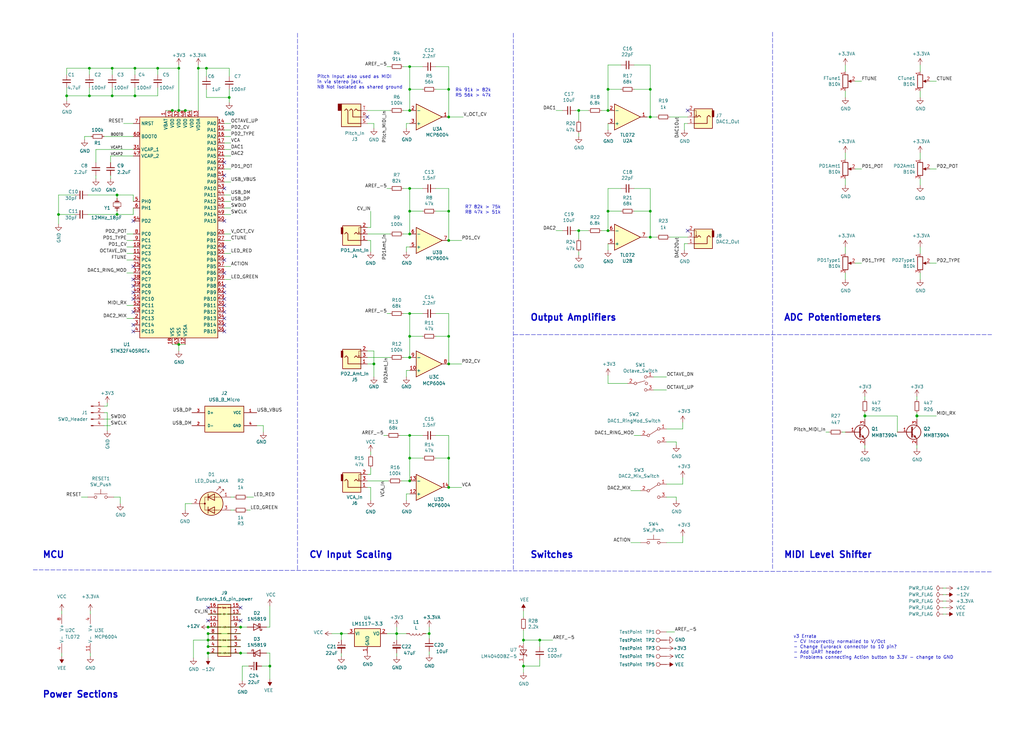
<source format=kicad_sch>
(kicad_sch (version 20211123) (generator eeschema)
  (paper "User" 399.999 289.992)
  (title_block (title "DisPhaze") (date "2022-03-18") (rev "v3") (company "Mountjoy Modular"))
  (junction (at 237.49 43.18))
  (junction (at 160.02 91.44))
  (junction (at 358.14 162.56) (diameter 1.016))
  (junction (at 175.26 93.98))
  (junction (at 160.02 43.18))
  (junction (at 160.02 170.18))
  (junction (at 81.28 250.19))
  (junction (at 67.31 43.18))
  (junction (at 81.28 245.11))
  (junction (at 226.06 43.18))
  (junction (at 160.02 122.555))
  (junction (at 154.94 247.65))
  (junction (at 175.26 82.55))
  (junction (at 93.98 255.27))
  (junction (at 254 92.71))
  (junction (at 237.49 82.55))
  (junction (at 69.85 134.62))
  (junction (at 167.64 247.65))
  (junction (at 254 82.55))
  (junction (at 160.02 179.07))
  (junction (at 237.49 90.17))
  (junction (at 81.28 252.73))
  (junction (at 43.815 37.465))
  (junction (at 43.815 26.67))
  (junction (at 34.925 26.67))
  (junction (at 52.705 26.67))
  (junction (at 254 34.925))
  (junction (at 204.47 260.35))
  (junction (at 237.49 34.925))
  (junction (at 69.85 26.67))
  (junction (at 89.535 38.1))
  (junction (at 61.595 26.67))
  (junction (at 69.85 43.18))
  (junction (at 160.02 139.7))
  (junction (at 254 45.72))
  (junction (at 72.39 43.18))
  (junction (at 337.82 162.56) (diameter 1.016))
  (junction (at 81.28 247.65))
  (junction (at 160.02 73.66))
  (junction (at 160.02 187.96))
  (junction (at 175.26 190.5))
  (junction (at 175.26 45.72))
  (junction (at 105.41 260.35))
  (junction (at 52.705 37.465))
  (junction (at 160.02 82.55))
  (junction (at 210.82 250.19))
  (junction (at 133.35 247.65))
  (junction (at 77.47 26.67))
  (junction (at 160.02 131.445))
  (junction (at 175.26 179.07))
  (junction (at 175.26 131.445))
  (junction (at 93.98 245.11))
  (junction (at 45.72 83.82))
  (junction (at 175.26 34.925))
  (junction (at 204.47 250.19))
  (junction (at 160.02 34.925))
  (junction (at 80.645 26.67))
  (junction (at 146.05 142.24))
  (junction (at 45.72 76.2))
  (junction (at 26.035 37.465))
  (junction (at 175.26 142.24))
  (junction (at 81.28 255.27))
  (junction (at 34.925 37.465))
  (junction (at 160.02 26.035))
  (junction (at 22.86 83.82))
  (junction (at 226.06 90.17))
  (no_connect (at 93.98 237.49))
  (no_connect (at 52.07 121.92))
  (no_connect (at 81.28 237.49))
  (no_connect (at 87.63 119.38))
  (no_connect (at 52.07 116.84))
  (no_connect (at 87.63 111.76))
  (no_connect (at 52.07 129.54))
  (no_connect (at 87.63 127))
  (no_connect (at 87.63 73.66))
  (no_connect (at 87.63 124.46))
  (no_connect (at 52.07 114.3))
  (no_connect (at 87.63 114.3))
  (no_connect (at 87.63 101.6))
  (no_connect (at 87.63 106.68))
  (no_connect (at 52.07 86.36))
  (no_connect (at 52.07 111.76))
  (no_connect (at 87.63 63.5))
  (no_connect (at 87.63 116.84))
  (no_connect (at 87.63 86.36))
  (no_connect (at 93.98 242.57))
  (no_connect (at 268.605 43.18))
  (no_connect (at 87.63 68.58))
  (no_connect (at 143.51 45.72))
  (no_connect (at 87.63 121.92))
  (no_connect (at 87.63 129.54))
  (no_connect (at 81.28 242.57))
  (no_connect (at 268.605 90.17))
  (no_connect (at 52.07 104.14))
  (no_connect (at 52.07 109.22))
  (no_connect (at 52.07 127))
  (no_connect (at 87.63 96.52))
  (wire (pts (xy 226.06 90.17) (xy 226.06 93.345)))
  (wire (pts (xy 260.35 194.31) (xy 264.16 194.31)))
  (wire (pts (xy 359.41 96.52) (xy 359.41 99.06)))
  (wire (pts (xy 160.02 96.52) (xy 158.75 96.52)))
  (wire (pts (xy 210.82 250.19) (xy 204.47 250.19)))
  (wire (pts (xy 87.63 60.96) (xy 90.17 60.96)))
  (wire (pts (xy 330.2 106.68) (xy 330.2 109.22)))
  (wire (pts (xy 133.35 247.65) (xy 133.35 250.19)))
  (wire (pts (xy 363.22 102.87) (xy 365.76 102.87)))
  (wire (pts (xy 255.27 152.4) (xy 260.35 152.4)))
  (wire (pts (xy 149.86 170.18) (xy 151.13 170.18)))
  (wire (pts (xy 170.18 26.035) (xy 175.26 26.035)))
  (wire (pts (xy 260.35 247.015) (xy 263.525 247.015)))
  (wire (pts (xy 26.035 26.67) (xy 26.035 29.21)))
  (wire (pts (xy 34.29 76.2) (xy 45.72 76.2)))
  (wire (pts (xy 146.05 142.24) (xy 146.05 147.32)))
  (wire (pts (xy 34.925 34.29) (xy 34.925 37.465)))
  (wire (pts (xy 87.63 66.04) (xy 90.17 66.04)))
  (wire (pts (xy 165.1 73.66) (xy 160.02 73.66)))
  (wire (pts (xy 154.94 245.11) (xy 154.94 247.65)))
  (wire (pts (xy 52.07 58.42) (xy 37.465 58.42)))
  (wire (pts (xy 90.17 53.34) (xy 87.63 53.34)))
  (wire (pts (xy 52.07 60.96) (xy 43.18 60.96)))
  (wire (pts (xy 254 92.71) (xy 256.54 92.71)))
  (wire (pts (xy 93.98 247.65) (xy 81.28 247.65)))
  (wire (pts (xy 156.845 187.96) (xy 160.02 187.96)))
  (wire (pts (xy 226.06 43.18) (xy 229.87 43.18)))
  (wire (pts (xy 158.75 96.52) (xy 158.75 98.425)))
  (wire (pts (xy 129.54 247.65) (xy 133.35 247.65)))
  (wire (pts (xy 87.63 78.74) (xy 90.17 78.74)))
  (wire (pts (xy 133.35 247.65) (xy 135.89 247.65)))
  (wire (pts (xy 87.63 99.06) (xy 90.17 99.06)))
  (wire (pts (xy 167.64 245.11) (xy 167.64 247.65)))
  (wire (pts (xy 180.34 190.5) (xy 175.26 190.5)))
  (wire (pts (xy 143.51 137.16) (xy 146.05 137.16)))
  (wire (pts (xy 87.63 55.88) (xy 90.17 55.88)))
  (wire (pts (xy 69.85 134.62) (xy 69.85 137.16)))
  (wire (pts (xy 133.35 255.27) (xy 133.35 256.54)))
  (wire (pts (xy 204.47 260.35) (xy 210.82 260.35)))
  (wire (pts (xy 264.16 172.72) (xy 264.16 173.99)))
  (wire (pts (xy 154.94 247.65) (xy 154.94 250.19)))
  (wire (pts (xy 49.53 99.06) (xy 52.07 99.06)))
  (wire (pts (xy 94.615 266.065) (xy 94.615 260.35)))
  (wire (pts (xy 359.41 69.85) (xy 359.41 72.39)))
  (wire (pts (xy 242.57 82.55) (xy 237.49 82.55)))
  (wire (pts (xy 252.73 45.72) (xy 254 45.72)))
  (wire (pts (xy 93.98 252.73) (xy 81.28 252.73)))
  (wire (pts (xy 359.41 106.68) (xy 359.41 109.22)))
  (wire (pts (xy 368.3 234.95) (xy 369.57 234.95)))
  (wire (pts (xy 268.605 48.26) (xy 267.335 48.26)))
  (wire (pts (xy 69.85 26.67) (xy 69.85 43.18)))
  (wire (pts (xy 226.06 52.07) (xy 226.06 53.34)))
  (wire (pts (xy 144.78 176.53) (xy 144.78 177.8)))
  (wire (pts (xy 102.235 260.35) (xy 105.41 260.35)))
  (wire (pts (xy 80.645 26.67) (xy 89.535 26.67)))
  (wire (pts (xy 160.02 34.925) (xy 160.02 43.18)))
  (wire (pts (xy 61.595 26.67) (xy 69.85 26.67)))
  (wire (pts (xy 49.53 101.6) (xy 52.07 101.6)))
  (wire (pts (xy 363.22 66.04) (xy 365.76 66.04)))
  (wire (pts (xy 261.62 45.72) (xy 268.605 45.72)))
  (wire (pts (xy 89.535 26.67) (xy 89.535 29.845)))
  (wire (pts (xy 217.17 43.18) (xy 219.71 43.18)))
  (wire (pts (xy 80.645 38.1) (xy 89.535 38.1)))
  (wire (pts (xy 165.1 82.55) (xy 160.02 82.55)))
  (wire (pts (xy 104.14 245.11) (xy 105.41 245.11)))
  (wire (pts (xy 180.34 93.98) (xy 175.26 93.98)))
  (wire (pts (xy 358.14 162.56) (xy 365.76 162.56)))
  (wire (pts (xy 330.2 59.69) (xy 330.2 62.23)))
  (wire (pts (xy 49.53 93.98) (xy 52.07 93.98)))
  (wire (pts (xy 260.35 189.23) (xy 266.7 189.23)))
  (wire (pts (xy 234.95 43.18) (xy 237.49 43.18)))
  (wire (pts (xy 337.82 162.56) (xy 337.82 163.83)))
  (wire (pts (xy 94.615 260.35) (xy 97.155 260.35)))
  (wire (pts (xy 157.48 139.7) (xy 160.02 139.7)))
  (wire (pts (xy 242.57 73.66) (xy 237.49 73.66)))
  (polyline (pts (xy 301.752 12.573) (xy 301.752 222.377)))
  (wire (pts (xy 175.26 179.07) (xy 175.26 190.5)))
  (wire (pts (xy 254 25.4) (xy 254 34.925)))
  (wire (pts (xy 170.18 131.445) (xy 175.26 131.445)))
  (wire (pts (xy 61.595 34.29) (xy 61.595 37.465)))
  (wire (pts (xy 26.035 26.67) (xy 34.925 26.67)))
  (wire (pts (xy 144.78 185.42) (xy 144.78 182.88)))
  (wire (pts (xy 204.47 246.38) (xy 204.47 250.19)))
  (wire (pts (xy 210.82 250.19) (xy 210.82 252.73)))
  (wire (pts (xy 43.18 68.58) (xy 43.18 69.85)))
  (wire (pts (xy 160.02 179.07) (xy 160.02 187.96)))
  (wire (pts (xy 87.63 71.12) (xy 90.17 71.12)))
  (wire (pts (xy 87.63 83.82) (xy 90.17 83.82)))
  (wire (pts (xy 144.78 88.9) (xy 143.51 88.9)))
  (wire (pts (xy 337.82 161.29) (xy 337.82 162.56)))
  (wire (pts (xy 45.72 83.82) (xy 52.07 83.82)))
  (wire (pts (xy 105.41 245.11) (xy 105.41 236.855)))
  (wire (pts (xy 156.21 170.18) (xy 160.02 170.18)))
  (wire (pts (xy 254 92.71) (xy 254 82.55)))
  (wire (pts (xy 267.335 48.26) (xy 267.335 50.8)))
  (wire (pts (xy 81.28 240.03) (xy 93.98 240.03)))
  (wire (pts (xy 175.26 82.55) (xy 175.26 93.98)))
  (wire (pts (xy 87.63 93.98) (xy 90.17 93.98)))
  (wire (pts (xy 330.2 25.4) (xy 330.2 27.94)))
  (wire (pts (xy 52.705 37.465) (xy 61.595 37.465)))
  (wire (pts (xy 40.64 161.29) (xy 41.91 161.29)))
  (wire (pts (xy 69.85 43.18) (xy 72.39 43.18)))
  (wire (pts (xy 247.65 25.4) (xy 254 25.4)))
  (wire (pts (xy 72.39 196.85) (xy 72.39 199.39)))
  (wire (pts (xy 252.73 92.71) (xy 254 92.71)))
  (wire (pts (xy 237.49 25.4) (xy 242.57 25.4)))
  (wire (pts (xy 260.35 167.64) (xy 266.7 167.64)))
  (wire (pts (xy 170.18 73.66) (xy 175.26 73.66)))
  (wire (pts (xy 175.26 131.445) (xy 175.26 142.24)))
  (wire (pts (xy 52.705 26.67) (xy 61.595 26.67)))
  (wire (pts (xy 45.72 82.55) (xy 45.72 83.82)))
  (wire (pts (xy 350.52 162.56) (xy 350.52 168.91)))
  (wire (pts (xy 24.13 255.27) (xy 24.13 256.54)))
  (wire (pts (xy 175.26 45.72) (xy 180.975 45.72)))
  (polyline (pts (xy 200.533 12.954) (xy 200.533 222.758)))
  (wire (pts (xy 165.1 122.555) (xy 160.02 122.555)))
  (wire (pts (xy 49.53 96.52) (xy 52.07 96.52)))
  (wire (pts (xy 151.13 26.035) (xy 152.4 26.035)))
  (wire (pts (xy 237.49 48.26) (xy 237.49 50.8)))
  (wire (pts (xy 144.78 93.98) (xy 144.78 98.425)))
  (wire (pts (xy 35.306 255.27) (xy 35.306 256.54)))
  (wire (pts (xy 22.86 76.2) (xy 22.86 83.82)))
  (wire (pts (xy 143.51 43.18) (xy 152.4 43.18)))
  (wire (pts (xy 224.79 90.17) (xy 226.06 90.17)))
  (wire (pts (xy 358.14 161.29) (xy 358.14 162.56)))
  (wire (pts (xy 157.48 122.555) (xy 160.02 122.555)))
  (polyline (pts (xy 12.954 222.758) (xy 387.35 223.52)))
  (wire (pts (xy 170.18 179.07) (xy 175.26 179.07)))
  (wire (pts (xy 26.035 34.29) (xy 26.035 37.465)))
  (wire (pts (xy 143.51 142.24) (xy 146.05 142.24)))
  (wire (pts (xy 81.28 257.175) (xy 81.28 255.27)))
  (wire (pts (xy 87.63 91.44) (xy 90.17 91.44)))
  (wire (pts (xy 204.47 260.35) (xy 204.47 262.89)))
  (wire (pts (xy 43.815 37.465) (xy 52.705 37.465)))
  (wire (pts (xy 334.01 102.87) (xy 336.55 102.87)))
  (wire (pts (xy 165.1 131.445) (xy 160.02 131.445)))
  (wire (pts (xy 97.79 199.39) (xy 96.52 199.39)))
  (wire (pts (xy 45.72 76.2) (xy 45.72 77.47)))
  (wire (pts (xy 158.75 144.78) (xy 158.75 147.32)))
  (wire (pts (xy 330.2 35.56) (xy 330.2 38.1)))
  (wire (pts (xy 175.26 26.035) (xy 175.26 34.925)))
  (wire (pts (xy 93.98 250.19) (xy 81.28 250.19)))
  (wire (pts (xy 22.86 83.82) (xy 29.21 83.82)))
  (wire (pts (xy 158.75 193.04) (xy 160.02 193.04)))
  (wire (pts (xy 368.3 237.49) (xy 369.57 237.49)))
  (wire (pts (xy 104.14 255.27) (xy 105.41 255.27)))
  (wire (pts (xy 43.815 26.67) (xy 52.705 26.67)))
  (wire (pts (xy 143.51 91.44) (xy 152.4 91.44)))
  (wire (pts (xy 167.64 247.65) (xy 166.37 247.65)))
  (wire (pts (xy 144.78 190.5) (xy 144.78 195.58)))
  (wire (pts (xy 90.17 48.26) (xy 87.63 48.26)))
  (wire (pts (xy 358.14 154.94) (xy 358.14 156.21)))
  (wire (pts (xy 69.85 134.62) (xy 67.31 134.62)))
  (wire (pts (xy 77.47 26.67) (xy 77.47 43.18)))
  (wire (pts (xy 261.62 92.71) (xy 268.605 92.71)))
  (wire (pts (xy 49.53 119.38) (xy 52.07 119.38)))
  (wire (pts (xy 37.465 58.42) (xy 37.465 63.5)))
  (wire (pts (xy 144.78 88.9) (xy 144.78 82.55)))
  (wire (pts (xy 260.35 212.09) (xy 266.7 212.09)))
  (wire (pts (xy 267.335 95.25) (xy 267.335 97.79)))
  (wire (pts (xy 77.47 26.67) (xy 80.645 26.67)))
  (wire (pts (xy 33.02 53.34) (xy 35.56 53.34)))
  (wire (pts (xy 160.02 48.26) (xy 158.75 48.26)))
  (wire (pts (xy 49.53 124.46) (xy 52.07 124.46)))
  (wire (pts (xy 87.63 104.14) (xy 90.17 104.14)))
  (wire (pts (xy 44.45 194.31) (xy 46.99 194.31)))
  (wire (pts (xy 175.26 122.555) (xy 175.26 131.445)))
  (wire (pts (xy 204.47 250.19) (xy 204.47 251.46)))
  (wire (pts (xy 40.64 166.37) (xy 43.18 166.37)))
  (wire (pts (xy 93.98 245.11) (xy 96.52 245.11)))
  (wire (pts (xy 160.02 144.78) (xy 158.75 144.78)))
  (wire (pts (xy 52.705 34.29) (xy 52.705 37.465)))
  (wire (pts (xy 268.605 95.25) (xy 267.335 95.25)))
  (wire (pts (xy 34.925 37.465) (xy 43.815 37.465)))
  (wire (pts (xy 31.75 194.31) (xy 34.29 194.31)))
  (wire (pts (xy 49.53 106.68) (xy 52.07 106.68)))
  (wire (pts (xy 254 82.55) (xy 247.65 82.55)))
  (wire (pts (xy 43.815 26.67) (xy 43.815 29.21)))
  (wire (pts (xy 215.9 250.19) (xy 210.82 250.19)))
  (wire (pts (xy 34.925 26.67) (xy 43.815 26.67)))
  (wire (pts (xy 165.1 26.035) (xy 160.02 26.035)))
  (wire (pts (xy 143.51 187.96) (xy 151.765 187.96)))
  (wire (pts (xy 37.465 68.58) (xy 37.465 69.85)))
  (wire (pts (xy 237.49 73.66) (xy 237.49 82.55)))
  (wire (pts (xy 266.7 165.1) (xy 266.7 167.64)))
  (polyline (pts (xy 200.66 130.81) (xy 387.35 130.81)))
  (wire (pts (xy 266.7 186.69) (xy 266.7 189.23)))
  (wire (pts (xy 363.22 31.75) (xy 365.76 31.75)))
  (wire (pts (xy 167.64 247.65) (xy 167.64 249.555)))
  (wire (pts (xy 151.13 247.65) (xy 154.94 247.65)))
  (wire (pts (xy 204.47 238.76) (xy 204.47 241.3)))
  (wire (pts (xy 33.02 54.61) (xy 33.02 53.34)))
  (wire (pts (xy 337.82 173.99) (xy 337.82 175.26)))
  (wire (pts (xy 170.18 34.925) (xy 175.26 34.925)))
  (wire (pts (xy 93.98 255.27) (xy 96.52 255.27)))
  (wire (pts (xy 143.51 93.98) (xy 144.78 93.98)))
  (wire (pts (xy 52.07 76.2) (xy 45.72 76.2)))
  (wire (pts (xy 80.645 26.67) (xy 80.645 29.845)))
  (wire (pts (xy 359.41 59.69) (xy 359.41 62.23)))
  (wire (pts (xy 160.02 170.18) (xy 165.1 170.18)))
  (wire (pts (xy 40.64 53.34) (xy 52.07 53.34)))
  (wire (pts (xy 334.01 31.75) (xy 336.55 31.75)))
  (wire (pts (xy 43.815 34.29) (xy 43.815 37.465)))
  (wire (pts (xy 337.82 162.56) (xy 350.52 162.56)))
  (wire (pts (xy 81.28 245.11) (xy 93.98 245.11)))
  (wire (pts (xy 330.2 96.52) (xy 330.2 99.06)))
  (wire (pts (xy 41.91 158.75) (xy 41.91 157.48)))
  (wire (pts (xy 81.28 255.27) (xy 93.98 255.27)))
  (wire (pts (xy 81.28 247.65) (xy 81.28 250.19)))
  (wire (pts (xy 160.02 82.55) (xy 160.02 91.44)))
  (wire (pts (xy 48.26 48.26) (xy 52.07 48.26)))
  (wire (pts (xy 35.306 238.76) (xy 35.306 240.03)))
  (wire (pts (xy 368.3 232.41) (xy 369.57 232.41)))
  (wire (pts (xy 49.53 91.44) (xy 52.07 91.44)))
  (wire (pts (xy 266.7 209.55) (xy 266.7 212.09)))
  (wire (pts (xy 250.19 170.18) (xy 247.65 170.18)))
  (wire (pts (xy 254 45.72) (xy 256.54 45.72)))
  (wire (pts (xy 69.85 134.62) (xy 72.39 134.62)))
  (wire (pts (xy 40.64 163.83) (xy 43.18 163.83)))
  (wire (pts (xy 175.26 34.925) (xy 175.26 45.72)))
  (wire (pts (xy 143.51 185.42) (xy 144.78 185.42)))
  (wire (pts (xy 157.48 73.66) (xy 160.02 73.66)))
  (wire (pts (xy 160.02 122.555) (xy 160.02 131.445)))
  (wire (pts (xy 237.49 34.925) (xy 237.49 43.18)))
  (wire (pts (xy 100.33 166.37) (xy 102.87 166.37)))
  (wire (pts (xy 158.75 48.26) (xy 158.75 50.165)))
  (wire (pts (xy 250.19 191.77) (xy 246.38 191.77)))
  (wire (pts (xy 334.01 66.04) (xy 336.55 66.04)))
  (wire (pts (xy 99.06 194.31) (xy 96.52 194.31)))
  (wire (pts (xy 254 45.72) (xy 254 34.925)))
  (wire (pts (xy 260.35 172.72) (xy 264.16 172.72)))
  (wire (pts (xy 24.13 238.76) (xy 24.13 240.03)))
  (wire (pts (xy 328.93 168.91) (xy 330.2 168.91)))
  (wire (pts (xy 143.51 139.7) (xy 152.4 139.7)))
  (wire (pts (xy 77.47 25.4) (xy 77.47 26.67)))
  (wire (pts (xy 151.13 73.66) (xy 152.4 73.66)))
  (wire (pts (xy 75.565 250.19) (xy 81.28 250.19)))
  (wire (pts (xy 52.07 81.28) (xy 52.07 83.82)))
  (wire (pts (xy 170.18 122.555) (xy 175.26 122.555)))
  (wire (pts (xy 247.65 34.925) (xy 254 34.925)))
  (wire (pts (xy 358.14 162.56) (xy 358.14 163.83)))
  (wire (pts (xy 219.71 90.17) (xy 217.17 90.17)))
  (wire (pts (xy 74.93 196.85) (xy 72.39 196.85)))
  (wire (pts (xy 90.17 50.8) (xy 87.63 50.8)))
  (wire (pts (xy 26.035 37.465) (xy 34.925 37.465)))
  (wire (pts (xy 359.41 25.4) (xy 359.41 27.94)))
  (wire (pts (xy 337.82 154.94) (xy 337.82 156.21)))
  (wire (pts (xy 43.18 60.96) (xy 43.18 63.5)))
  (wire (pts (xy 368.3 240.03) (xy 369.57 240.03)))
  (wire (pts (xy 67.31 43.18) (xy 69.85 43.18)))
  (wire (pts (xy 165.1 34.925) (xy 160.02 34.925)))
  (wire (pts (xy 87.63 109.22) (xy 90.17 109.22)))
  (wire (pts (xy 91.44 194.31) (xy 90.17 194.31)))
  (wire (pts (xy 158.75 193.04) (xy 158.75 195.58)))
  (wire (pts (xy 226.06 98.425) (xy 226.06 99.695)))
  (wire (pts (xy 157.48 91.44) (xy 160.02 91.44)))
  (wire (pts (xy 34.29 83.82) (xy 45.72 83.82)))
  (wire (pts (xy 237.49 149.86) (xy 245.11 149.86)))
  (wire (pts (xy 167.64 254.635) (xy 167.64 255.905)))
  (wire (pts (xy 246.38 212.09) (xy 250.19 212.09)))
  (wire (pts (xy 75.565 257.175) (xy 75.565 250.19)))
  (wire (pts (xy 154.94 255.27) (xy 154.94 256.54)))
  (wire (pts (xy 105.41 255.27) (xy 105.41 260.35)))
  (wire (pts (xy 146.05 137.16) (xy 146.05 142.24)))
  (wire (pts (xy 255.27 147.32) (xy 260.35 147.32)))
  (wire (pts (xy 80.645 34.925) (xy 80.645 38.1)))
  (wire (pts (xy 254 73.66) (xy 254 82.55)))
  (wire (pts (xy 175.26 73.66) (xy 175.26 82.55)))
  (wire (pts (xy 90.17 58.42) (xy 87.63 58.42)))
  (wire (pts (xy 61.595 26.67) (xy 61.595 29.21)))
  (wire (pts (xy 22.86 83.82) (xy 22.86 87.63)))
  (wire (pts (xy 157.48 43.18) (xy 160.02 43.18)))
  (wire (pts (xy 237.49 95.25) (xy 237.49 97.79)))
  (wire (pts (xy 204.47 259.08) (xy 204.47 260.35)))
  (wire (pts (xy 89.535 38.1) (xy 89.535 40.005)))
  (wire (pts (xy 52.07 78.74) (xy 52.07 76.2)))
  (wire (pts (xy 34.925 26.67) (xy 34.925 29.21)))
  (wire (pts (xy 368.3 229.87) (xy 369.57 229.87)))
  (wire (pts (xy 151.13 122.555) (xy 152.4 122.555)))
  (wire (pts (xy 146.05 48.26) (xy 146.05 50.165)))
  (wire (pts (xy 175.26 170.18) (xy 175.26 179.07)))
  (wire (pts (xy 358.14 173.99) (xy 358.14 175.26)))
  (wire (pts (xy 226.06 43.18) (xy 226.06 46.99)))
  (wire (pts (xy 170.18 170.18) (xy 175.26 170.18)))
  (wire (pts (xy 89.535 34.925) (xy 89.535 38.1)))
  (wire (pts (xy 170.18 82.55) (xy 175.26 82.55)))
  (wire (pts (xy 26.035 37.465) (xy 26.035 39.37)))
  (wire (pts (xy 87.63 81.28) (xy 90.17 81.28)))
  (wire (pts (xy 224.79 43.18) (xy 226.06 43.18)))
  (wire (pts (xy 210.82 257.81) (xy 210.82 260.35)))
  (wire (pts (xy 64.77 43.18) (xy 67.31 43.18)))
  (wire (pts (xy 46.99 194.31) (xy 46.99 196.85)))
  (wire (pts (xy 237.49 146.685) (xy 237.49 149.86)))
  (wire (pts (xy 160.02 73.66) (xy 160.02 82.55)))
  (wire (pts (xy 247.65 73.66) (xy 254 73.66)))
  (wire (pts (xy 322.58 168.91) (xy 323.85 168.91)))
  (wire (pts (xy 105.41 260.35) (xy 105.41 265.43)))
  (wire (pts (xy 264.16 194.31) (xy 264.16 195.58)))
  (wire (pts (xy 226.06 90.17) (xy 229.87 90.17)))
  (wire (pts (xy 69.85 25.4) (xy 69.85 26.67)))
  (wire (pts (xy 160.02 26.035) (xy 160.02 34.925)))
  (wire (pts (xy 160.02 179.07) (xy 165.1 179.07)))
  (wire (pts (xy 91.44 199.39) (xy 90.17 199.39)))
  (wire (pts (xy 157.48 26.035) (xy 160.02 26.035)))
  (wire (pts (xy 160.02 170.18) (xy 160.02 179.07)))
  (wire (pts (xy 143.51 190.5) (xy 144.78 190.5)))
  (wire (pts (xy 87.63 76.2) (xy 90.17 76.2)))
  (wire (pts (xy 22.86 76.2) (xy 29.21 76.2)))
  (polyline (pts (xy 116.205 12.954) (xy 116.205 222.758)))
  (wire (pts (xy 180.34 142.24) (xy 175.26 142.24)))
  (wire (pts (xy 234.95 90.17) (xy 237.49 90.17)))
  (wire (pts (xy 359.41 35.56) (xy 359.41 38.1)))
  (wire (pts (xy 143.51 48.26) (xy 146.05 48.26)))
  (wire (pts (xy 330.2 69.85) (xy 330.2 72.39)))
  (wire (pts (xy 102.87 166.37) (xy 102.87 168.91)))
  (wire (pts (xy 72.39 43.18) (xy 74.93 43.18)))
  (wire (pts (xy 41.91 161.29) (xy 41.91 168.275)))
  (wire (pts (xy 40.64 158.75) (xy 41.91 158.75)))
  (wire (pts (xy 237.49 34.925) (xy 242.57 34.925)))
  (wire (pts (xy 154.94 247.65) (xy 158.75 247.65)))
  (wire (pts (xy 237.49 25.4) (xy 237.49 34.925)))
  (wire (pts (xy 160.02 131.445) (xy 160.02 139.7)))
  (wire (pts (xy 52.705 26.67) (xy 52.705 29.21)))
  (wire (pts (xy 81.28 252.73) (xy 81.28 250.19)))
  (wire (pts (xy 237.49 82.55) (xy 237.49 90.17)))
  (text "CV Input Scaling" (at 120.65 218.44 0) (effects (font (size 2.54 2.54) (thickness 0.508) bold) (justify left bottom)))
  (text "v3 Errata\n- CV Incorrectly normalled to V/Oct\n- Change Eurorack connector to 10 pin?\n- Add UART header\n- Problems connecting Action button to 3.3V - change to GND" (at 309.88 257.81 0) (effects (font (size 1.27 1.27)) (justify left bottom)))
  (text "Output Amplifiers" (at 207.01 125.73 0) (effects (font (size 2.54 2.54) (thickness 0.508) bold) (justify left bottom)))
  (text "ADC Potentiometers" (at 306.07 125.73 0) (effects (font (size 2.54 2.54) (thickness 0.508) bold) (justify left bottom)))
  (text "Pitch Input also used as MIDI \nin via stereo jack. \nNB Not isolated as shared ground\n" (at 123.825 34.925 0) (effects (font (size 1.27 1.27)) (justify left bottom)))
  (text "MCU" (at 16.51 218.44 0) (effects (font (size 2.54 2.54) (thickness 0.508) bold) (justify left bottom)))
  (text "R7 82k > 75k\nR8 47k > 51k" (at 181.61 83.82 0) (effects (font (size 1.27 1.27)) (justify left bottom)))
  (text "Power Sections" (at 16.51 273.05 0) (effects (font (size 2.54 2.54) (thickness 0.508) bold) (justify left bottom)))
  (text "Switches" (at 207.01 218.44 0) (effects (font (size 2.54 2.54) (thickness 0.508) bold) (justify left bottom)))
  (text "R4 91k > 82k\nR5 56k > 47k" (at 177.8 38.1 0) (effects (font (size 1.27 1.27)) (justify left bottom)))
  (text "MIDI Level Shifter" (at 306.07 218.44 0) (effects (font (size 2.54 2.54) (thickness 0.508) bold) (justify left bottom)))
  (label "USB_VBUS" (at 100.33 161.29 0))
  (label "SWCLK" (at 43.18 166.37 0))
  (label "MIDI_RX" (at 49.53 119.38 180))
  (label "VCA" (at 90.17 55.88 0))
  (label "USB_DM" (at 90.17 76.2 0))
  (label "PD2_CV" (at 180.34 142.24 0))
  (label "CV_IN" (at 144.78 82.55 180))
  (label "PD2_TYPE" (at 90.17 53.34 0))
  (label "BOOT0" (at 43.18 53.34 0) (effects (font (size 1 1))))
  (label "AREF_-5" (at 215.9 250.19 0))
  (label "OCTAVE_DN" (at 260.35 147.32 0))
  (label "DAC1" (at 217.17 43.18 180))
  (label "PD1_TYPE" (at 336.55 102.87 0))
  (label "PD2Amt_in" (at 151.765 139.7 270))
  (label "Pitch_MIDI_In" (at 151.13 43.18 270))
  (label "LED_RED" (at 99.06 194.31 0))
  (label "PD2_POT" (at 49.53 91.44 180))
  (label "MIDI_RX" (at 365.76 162.56 0))
  (label "LED_GREEN" (at 97.79 199.39 0))
  (label "AREF_-5" (at 263.525 247.015 0))
  (label "DAC2_MIX" (at 49.53 124.46 180))
  (label "AREF_-5" (at 151.13 73.66 180))
  (label "DAC1" (at 90.17 58.42 0))
  (label "DAC1_RING_MOD" (at 49.53 106.68 180))
  (label "DAC1_RING_MOD" (at 247.65 170.18 180))
  (label "DAC2" (at 90.17 60.96 0))
  (label "PD1Amt_in" (at 151.13 91.44 270))
  (label "USB_DP" (at 74.93 161.29 180))
  (label "ACTION" (at 90.17 104.14 0))
  (label "OCTAVE_UP" (at 260.35 152.4 0))
  (label "SWDIO" (at 43.18 163.83 0))
  (label "DAC2Out" (at 265.43 92.71 270))
  (label "CTUNE" (at 90.17 93.98 0))
  (label "LED_GREEN" (at 90.17 109.22 0))
  (label "LED_RED" (at 90.17 99.06 0))
  (label "OCTAVE_UP" (at 90.17 48.26 0))
  (label "AREF_-5" (at 151.13 26.035 180))
  (label "VCAP2" (at 43.18 60.96 0) (effects (font (size 1 1))))
  (label "PD1_POT" (at 336.55 66.04 0))
  (label "Pitch_MIDI_In" (at 322.58 168.91 180))
  (label "USB_VBUS" (at 90.17 71.12 0))
  (label "SWCLK" (at 90.17 83.82 0))
  (label "V_OCT_CV" (at 180.975 45.72 0))
  (label "ACTION" (at 246.38 212.09 180))
  (label "DAC2" (at 217.17 90.17 180))
  (label "PD2_POT" (at 365.76 66.04 0))
  (label "OCTAVE_DN" (at 49.53 99.06 180))
  (label "FTUNE" (at 49.53 101.6 180))
  (label "AREF_-5" (at 149.86 170.18 180))
  (label "RESET" (at 31.75 194.31 180))
  (label "FTUNE" (at 336.55 31.75 0))
  (label "PD1_TYPE" (at 49.53 93.98 180))
  (label "VCA_In" (at 150.495 187.96 270))
  (label "PD2_CV" (at 90.17 50.8 0))
  (label "AREF_-5" (at 151.13 122.555 180))
  (label "DAC1Out" (at 265.43 45.72 270))
  (label "VCA" (at 180.34 190.5 0))
  (label "PD1_CV" (at 49.53 96.52 180))
  (label "RESET" (at 48.26 48.26 180))
  (label "PD2_TYPE" (at 365.76 102.87 0))
  (label "VCAP1" (at 43.18 58.42 0) (effects (font (size 1 1))))
  (label "CTUNE" (at 365.76 31.75 0))
  (label "SWDIO" (at 90.17 81.28 0))
  (label "V_OCT_CV" (at 90.17 91.44 0))
  (label "DAC2_MIX" (at 246.38 191.77 180))
  (label "USB_DP" (at 90.17 78.74 0))
  (label "USB_DM" (at 74.93 166.37 180))
  (label "CV_IN" (at 81.28 240.03 180))
  (label "PD1_POT" (at 90.17 66.04 0))
  (label "PD1_CV" (at 180.34 93.98 0))
  (symbol (lib_id "MCU_ST_STM32F4:STM32F405RGTx") (at 69.85 88.9 0) (unit 1)
    (property "Reference" "U1" (at 49.53 134.62 0))
    (property "Value" "STM32F405RGTx" (at 50.8 137.16 0))
    (property "Footprint" "Package_QFP:LQFP-64_10x10mm_P0.5mm" (effects hide))
    (property "Datasheet" "http://www.st.com/st-web-ui/static/active/en/resource/technical/document/datasheet/DM00037051.pdf" (effects hide))
  )
  (symbol (lib_id "Device:C_Small") (at 37.465 66.04 180) (unit 1)
    (property "Reference" "C8" (at 34.29 64.7635 0) (effects (justify left)))
    (property "Value" "2.2uF" (at 34.29 67.3035 0) (effects (justify left)))
    (property "Footprint" "Capacitor_SMD:C_0603_1608Metric" (effects hide))
  )
  (symbol (lib_id "Device:C_Small") (at 43.18 66.04 0) (unit 1)
    (property "Reference" "C9" (at 45.72 64.7762 0) (effects (justify left)))
    (property "Value" "2.2uF" (at 45.72 67.3162 0) (effects (justify left)))
    (property "Footprint" "Capacitor_SMD:C_0603_1608Metric" (effects hide))
  )
  (symbol (lib_id "power:GND") (at 43.18 69.85 0) (unit 1)
    (property "Reference" "#PWR07" (effects hide))
    (property "Value" "GND" (at 43.307 74.2442 0))
  )
  (symbol (lib_id "Connector:Conn_01x04_Male") (at 35.56 161.29 0) (unit 1)
    (property "Reference" "J1" (at 34.29 161.2899 0) (effects (justify right)))
    (property "Value" "SWD_Header" (at 34.29 163.8299 0) (effects (justify right)))
    (property "Footprint" "Custom_Footprints:SWD_header" (effects hide))
  )
  (symbol (lib_id "power:+3.3V") (at 41.91 157.48 0) (unit 1)
    (property "Reference" "#PWR010" (effects hide))
    (property "Value" "+3.3V" (at 41.91 153.67 0))
  )
  (symbol (lib_id "power:GND") (at 41.91 168.275 0) (unit 1)
    (property "Reference" "#PWR011" (effects hide))
    (property "Value" "GND" (at 42.037 171.5262 90) (effects (justify right)))
  )
  (symbol (lib_id "Device:Crystal_Small") (at 45.72 80.01 90) (unit 1)
    (property "Reference" "Y1" (at 40.64 81.28 90) (effects (justify right)))
    (property "Value" "12MHz_18pF" (at 35.56 85.09 90) (effects (justify right)))
    (property "Footprint" "Crystal:Crystal_SMD_0603-2Pin_6.0x3.5mm" (effects hide))
  )
  (symbol (lib_id "Device:C_Small") (at 31.75 76.2 270) (unit 1)
    (property "Reference" "C10" (at 26.67 74.93 90) (effects (justify left)))
    (property "Value" "30pF" (at 25.4 77.47 90) (effects (justify left)))
    (property "Footprint" "Capacitor_SMD:C_0603_1608Metric" (effects hide))
  )
  (symbol (lib_id "Device:C_Small") (at 31.75 83.82 270) (unit 1)
    (property "Reference" "C11" (at 26.67 82.55 90) (effects (justify left)))
    (property "Value" "30pF" (at 25.4 85.09 90) (effects (justify left)))
    (property "Footprint" "Capacitor_SMD:C_0603_1608Metric" (effects hide))
  )
  (symbol (lib_id "power:GND") (at 22.86 87.63 0) (unit 1)
    (property "Reference" "#PWR08" (effects hide))
    (property "Value" "GND" (at 22.987 90.8812 90) (effects (justify right)))
  )
  (symbol (lib_id "power:+3.3V") (at 69.85 25.4 0) (unit 1)
    (property "Reference" "#PWR01" (effects hide))
    (property "Value" "+3.3V" (at 69.85 21.59 0))
  )
  (symbol (lib_id "power:GND") (at 69.85 137.16 0) (unit 1)
    (property "Reference" "#PWR09" (effects hide))
    (property "Value" "GND" (at 69.977 141.5542 0))
  )
  (symbol (lib_id "Device:C_Small") (at 34.925 31.75 0) (unit 1)
    (property "Reference" "C2" (at 36.83 29.21 0) (effects (justify left)))
    (property "Value" "100nF" (at 35.56 34.29 0) (effects (justify left)))
    (property "Footprint" "Capacitor_SMD:C_0603_1608Metric" (effects hide))
  )
  (symbol (lib_id "power:GND") (at 26.035 39.37 0) (unit 1)
    (property "Reference" "#PWR03" (effects hide))
    (property "Value" "GND" (at 26.162 43.7642 0))
  )
  (symbol (lib_id "Device:C_Small") (at 43.815 31.75 0) (unit 1)
    (property "Reference" "C3" (at 45.72 29.21 0) (effects (justify left)))
    (property "Value" "100nF" (at 44.45 34.29 0) (effects (justify left)))
    (property "Footprint" "Capacitor_SMD:C_0603_1608Metric" (effects hide))
  )
  (symbol (lib_id "Device:C_Small") (at 52.705 31.75 0) (unit 1)
    (property "Reference" "C4" (at 53.975 29.21 0) (effects (justify left)))
    (property "Value" "100nF" (at 53.34 34.29 0) (effects (justify left)))
    (property "Footprint" "Capacitor_SMD:C_0603_1608Metric" (effects hide))
  )
  (symbol (lib_id "Device:C_Small") (at 61.595 31.75 0) (unit 1)
    (property "Reference" "C5" (at 63.5 29.21 0) (effects (justify left)))
    (property "Value" "100nF" (at 62.23 34.29 0) (effects (justify left)))
    (property "Footprint" "Capacitor_SMD:C_0603_1608Metric" (effects hide))
  )
  (symbol (lib_id "power:GND") (at 37.465 69.85 0) (unit 1)
    (property "Reference" "#PWR06" (effects hide))
    (property "Value" "GND" (at 37.592 74.2442 0))
  )
  (symbol (lib_id "power:+3.3V") (at 154.94 245.11 0) (unit 1)
    (property "Reference" "#PWR060" (effects hide))
    (property "Value" "+3.3V" (at 154.94 241.3 0))
  )
  (symbol (lib_id "Regulator_Linear:LM1117-3.3") (at 143.51 247.65 0) (unit 1)
    (property "Reference" "U4" (at 143.51 241.5032 0))
    (property "Value" "LM1117-3.3" (at 143.51 243.8146 0))
    (property "Footprint" "Package_TO_SOT_SMD:SOT-223-3_TabPin2" (effects hide))
    (property "Datasheet" "http://www.ti.com/lit/ds/symlink/lm1117.pdf" (effects hide))
  )
  (symbol (lib_id "power:GND") (at 143.51 255.27 0) (unit 1)
    (property "Reference" "#PWR064" (effects hide))
    (property "Value" "GND" (at 143.637 259.6642 0))
  )
  (symbol (lib_id "Amplifier_Operational:MCP6004") (at 167.64 93.98 0) (mirror x) (unit 2)
    (property "Reference" "U3" (at 170.815 98.6536 0))
    (property "Value" "MCP6004" (at 170.815 100.965 0))
    (property "Footprint" "Package_SO:SOIC-14_3.9x8.7mm_P1.27mm" (effects hide))
  )
  (symbol (lib_id "Device:R_Small") (at 167.64 82.55 270) (unit 1)
    (property "Reference" "R8" (at 167.64 77.2922 90))
    (property "Value" "47k" (at 167.64 79.6036 90))
    (property "Footprint" "Resistor_SMD:R_0603_1608Metric" (effects hide))
  )
  (symbol (lib_id "Device:R_Small") (at 154.94 73.66 270) (unit 1)
    (property "Reference" "R7" (at 154.94 68.4022 90))
    (property "Value" "82k" (at 154.94 70.7136 90))
    (property "Footprint" "Resistor_SMD:R_0603_1608Metric" (effects hide))
  )
  (symbol (lib_id "Device:R_Small") (at 154.94 91.44 270) (unit 1)
    (property "Reference" "R9" (at 154.94 85.09 90))
    (property "Value" "100k" (at 154.94 87.63 90))
    (property "Footprint" "Resistor_SMD:R_0603_1608Metric" (effects hide))
  )
  (symbol (lib_id "power:GND") (at 158.75 98.425 0) (unit 1)
    (property "Reference" "#PWR018" (effects hide))
    (property "Value" "GND" (at 158.877 102.8192 0))
  )
  (symbol (lib_id "Device:C_Small") (at 167.64 73.66 90) (unit 1)
    (property "Reference" "C13" (at 167.64 67.2592 90))
    (property "Value" "1.5nF" (at 167.64 69.5706 90))
    (property "Footprint" "Capacitor_SMD:C_0603_1608Metric" (effects hide))
  )
  (symbol (lib_id "Device:R_Small") (at 204.47 243.84 0) (unit 1)
    (property "Reference" "R28" (at 206.248 242.6716 0) (effects (justify left)))
    (property "Value" "2.2k" (at 206.248 244.983 0) (effects (justify left)))
    (property "Footprint" "Resistor_SMD:R_0603_1608Metric" (effects hide))
  )
  (symbol (lib_id "Device:C_Small") (at 210.82 255.27 0) (unit 1)
    (property "Reference" "C23" (at 213.741 254.1016 0) (effects (justify left)))
    (property "Value" "100nF" (at 213.741 256.413 0) (effects (justify left)))
    (property "Footprint" "Capacitor_SMD:C_0603_1608Metric" (effects hide))
  )
  (symbol (lib_id "power:GND") (at 204.47 262.89 0) (unit 1)
    (property "Reference" "#PWR074" (effects hide))
    (property "Value" "GND" (at 204.597 267.2842 0))
  )
  (symbol (lib_id "Amplifier_Operational:MCP6004") (at 167.64 45.72 0) (mirror x) (unit 1)
    (property "Reference" "U3" (at 170.815 50.3936 0))
    (property "Value" "MCP6004" (at 170.815 52.705 0))
    (property "Footprint" "Package_SO:SOIC-14_3.9x8.7mm_P1.27mm" (effects hide))
  )
  (symbol (lib_id "Device:R_Small") (at 167.64 34.925 270) (unit 1)
    (property "Reference" "R5" (at 167.64 29.6672 90))
    (property "Value" "56k" (at 167.64 31.9786 90))
    (property "Footprint" "Resistor_SMD:R_0603_1608Metric" (effects hide))
  )
  (symbol (lib_id "Device:R_Small") (at 154.94 26.035 270) (unit 1)
    (property "Reference" "R4" (at 154.94 20.7772 90))
    (property "Value" "91k" (at 154.94 23.0886 90))
    (property "Footprint" "Resistor_SMD:R_0603_1608Metric" (effects hide))
  )
  (symbol (lib_id "Device:R_Small") (at 154.94 43.18 270) (unit 1)
    (property "Reference" "R6" (at 154.94 37.9222 90))
    (property "Value" "100k" (at 154.94 40.2336 90))
    (property "Footprint" "Resistor_SMD:R_0603_1608Metric" (effects hide))
  )
  (symbol (lib_id "power:GND") (at 158.75 50.165 0) (unit 1)
    (property "Reference" "#PWR016" (effects hide))
    (property "Value" "GND" (at 158.877 54.5592 0))
  )
  (symbol (lib_id "Device:C_Small") (at 167.64 26.035 90) (unit 1)
    (property "Reference" "C12" (at 167.64 19.6342 90))
    (property "Value" "2.2nF" (at 167.64 21.9456 90))
    (property "Footprint" "Capacitor_SMD:C_0603_1608Metric" (effects hide))
  )
  (symbol (lib_id "Device:R_Potentiometer") (at 330.2 102.87 0) (unit 1)
    (property "Reference" "PD1Type1" (at 328.422 101.7016 0) (effects (justify right)))
    (property "Value" "B10k" (at 328.422 104.013 0) (effects (justify right)))
    (property "Footprint" "Custom_Footprints:Alpha_9mm_Potentiometer_Aligned" (effects hide))
  )
  (symbol (lib_id "Device:C_Polarized_Small") (at 154.94 252.73 0) (unit 1)
    (property "Reference" "C22" (at 158.75 252.73 0))
    (property "Value" "47uF" (at 160.02 255.27 0))
    (property "Footprint" "Capacitor_SMD:CP_Elec_5x5.4" (effects hide))
  )
  (symbol (lib_id "power:GND") (at 154.94 256.54 0) (unit 1)
    (property "Reference" "#PWR067" (effects hide))
    (property "Value" "GND" (at 155.067 260.9342 0))
  )
  (symbol (lib_id "Device:L") (at 162.56 247.65 270) (unit 1)
    (property "Reference" "L1" (at 162.56 243.1288 90))
    (property "Value" "L" (at 162.56 245.4402 90))
    (property "Footprint" "Inductor_SMD:L_0805_2012Metric" (effects hide))
  )
  (symbol (lib_id "power:+3.3VA") (at 167.64 245.11 0) (unit 1)
    (property "Reference" "#PWR061" (effects hide))
    (property "Value" "+3.3VA" (at 165.1 241.3 0) (effects (justify left)))
  )
  (symbol (lib_id "Device:C_Polarized_Small") (at 133.35 252.73 0) (unit 1)
    (property "Reference" "C21" (at 129.54 252.73 0))
    (property "Value" "22uF" (at 129.54 255.27 0))
    (property "Footprint" "Capacitor_SMD:CP_Elec_4x5.3" (effects hide))
  )
  (symbol (lib_id "power:GND") (at 133.35 256.54 0) (unit 1)
    (property "Reference" "#PWR066" (effects hide))
    (property "Value" "GND" (at 133.477 260.9342 0))
  )
  (symbol (lib_id "power:+3.3VA") (at 330.2 96.52 0) (unit 1)
    (property "Reference" "#PWR044" (effects hide))
    (property "Value" "+3.3VA" (at 330.581 92.1258 0))
  )
  (symbol (lib_id "power:GND") (at 330.2 109.22 0) (unit 1)
    (property "Reference" "#PWR046" (effects hide))
    (property "Value" "GND" (at 330.327 113.6142 0))
  )
  (symbol (lib_id "Amplifier_Operational:TL072") (at 245.11 92.71 0) (mirror x) (unit 2)
    (property "Reference" "U2" (at 245.11 102.0318 0))
    (property "Value" "TL072" (at 245.11 99.7204 0))
    (property "Footprint" "Package_SO:SOIC-8_3.9x4.9mm_P1.27mm" (effects hide))
  )
  (symbol (lib_id "Device:R_Small") (at 259.08 92.71 270) (unit 1)
    (property "Reference" "R23" (at 259.08 86.36 90))
    (property "Value" "1k" (at 259.08 88.9 90))
    (property "Footprint" "Resistor_SMD:R_0603_1608Metric" (effects hide))
  )
  (symbol (lib_id "Device:R_Small") (at 245.11 82.55 270) (unit 1)
    (property "Reference" "R21" (at 245.11 77.2922 90))
    (property "Value" "68k" (at 245.11 79.6036 90))
    (property "Footprint" "Resistor_SMD:R_0603_1608Metric" (effects hide))
  )
  (symbol (lib_id "power:GND") (at 237.49 97.79 0) (unit 1)
    (property "Reference" "#PWR027" (effects hide))
    (property "Value" "GND" (at 237.617 102.1842 0))
  )
  (symbol (lib_id "Device:C_Small") (at 222.25 90.17 270) (unit 1)
    (property "Reference" "C19" (at 222.25 83.7692 90))
    (property "Value" "10uF" (at 222.25 86.0806 90))
    (property "Footprint" "Capacitor_SMD:C_0603_1608Metric" (effects hide))
  )
  (symbol (lib_id "Device:R_Small") (at 226.06 95.885 0) (unit 1)
    (property "Reference" "R24" (at 220.98 94.615 0) (effects (justify left)))
    (property "Value" "47k" (at 220.98 97.155 0) (effects (justify left)))
    (property "Footprint" "Resistor_SMD:R_0603_1608Metric" (effects hide))
  )
  (symbol (lib_id "power:GND") (at 226.06 99.695 0) (unit 1)
    (property "Reference" "#PWR029" (effects hide))
    (property "Value" "GND" (at 226.187 104.0892 0))
  )
  (symbol (lib_id "Device:R_Small") (at 232.41 90.17 270) (unit 1)
    (property "Reference" "R22" (at 232.41 84.9122 90))
    (property "Value" "6.8k" (at 232.41 87.2236 90))
    (property "Footprint" "Resistor_SMD:R_0603_1608Metric" (effects hide))
  )
  (symbol (lib_id "Amplifier_Operational:MCP6004") (at 167.64 142.24 0) (mirror x) (unit 3)
    (property "Reference" "U3" (at 169.545 147.32 0))
    (property "Value" "MCP6004" (at 169.545 149.86 0))
    (property "Footprint" "Package_SO:SOIC-14_3.9x8.7mm_P1.27mm" (effects hide))
  )
  (symbol (lib_id "Device:R_Small") (at 167.64 131.445 270) (unit 1)
    (property "Reference" "R11" (at 167.64 126.1872 90))
    (property "Value" "47k" (at 167.64 128.4986 90))
    (property "Footprint" "Resistor_SMD:R_0603_1608Metric" (effects hide))
  )
  (symbol (lib_id "Device:R_Small") (at 154.94 122.555 270) (unit 1)
    (property "Reference" "R10" (at 154.94 117.2972 90))
    (property "Value" "68k" (at 154.94 119.6086 90))
    (property "Footprint" "Resistor_SMD:R_0603_1608Metric" (effects hide))
  )
  (symbol (lib_id "Device:R_Small") (at 154.94 139.7 270) (unit 1)
    (property "Reference" "R12" (at 154.94 134.4422 90))
    (property "Value" "100k" (at 154.94 136.7536 90))
    (property "Footprint" "Resistor_SMD:R_0603_1608Metric" (effects hide))
  )
  (symbol (lib_id "power:GND") (at 158.75 147.32 0) (unit 1)
    (property "Reference" "#PWR020" (effects hide))
    (property "Value" "GND" (at 158.75 151.13 0))
  )
  (symbol (lib_id "Device:C_Small") (at 167.64 122.555 90) (unit 1)
    (property "Reference" "C14" (at 167.64 116.1542 90))
    (property "Value" "2.2nF" (at 167.64 118.4656 90))
    (property "Footprint" "Capacitor_SMD:C_0603_1608Metric" (effects hide))
  )
  (symbol (lib_id "Amplifier_Operational:MCP6004") (at 167.64 190.5 0) (mirror x) (unit 4)
    (property "Reference" "U3" (at 171.45 195.1736 0))
    (property "Value" "MCP6004" (at 171.45 197.485 0))
    (property "Footprint" "Package_SO:SOIC-14_3.9x8.7mm_P1.27mm" (effects hide))
  )
  (symbol (lib_id "Device:R_Small") (at 167.64 179.07 270) (unit 1)
    (property "Reference" "R14" (at 167.64 173.8122 90))
    (property "Value" "47k" (at 167.64 176.1236 90))
    (property "Footprint" "Resistor_SMD:R_0603_1608Metric" (effects hide))
  )
  (symbol (lib_id "Device:R_Small") (at 153.67 170.18 270) (unit 1)
    (property "Reference" "R13" (at 153.67 164.9222 90))
    (property "Value" "68k" (at 153.67 167.2336 90))
    (property "Footprint" "Resistor_SMD:R_0603_1608Metric" (effects hide))
  )
  (symbol (lib_id "Device:R_Small") (at 154.305 187.96 270) (unit 1)
    (property "Reference" "R16" (at 154.305 182.7022 90))
    (property "Value" "100k" (at 154.305 185.0136 90))
    (property "Footprint" "Resistor_SMD:R_0603_1608Metric" (effects hide))
  )
  (symbol (lib_id "power:GND") (at 158.75 195.58 0) (unit 1)
    (property "Reference" "#PWR023" (effects hide))
    (property "Value" "GND" (at 158.877 199.9742 0))
  )
  (symbol (lib_id "Device:C_Small") (at 167.64 170.18 90) (unit 1)
    (property "Reference" "C15" (at 167.64 163.7792 90))
    (property "Value" "1.5nF" (at 167.64 166.0906 90))
    (property "Footprint" "Capacitor_SMD:C_0603_1608Metric" (effects hide))
  )
  (symbol (lib_id "Device:R_Potentiometer") (at 359.41 102.87 0) (unit 1)
    (property "Reference" "PD2Type1" (at 357.632 101.7016 0) (effects (justify right)))
    (property "Value" "B10k" (at 357.632 104.013 0) (effects (justify right)))
    (property "Footprint" "Custom_Footprints:Alpha_9mm_Potentiometer_Aligned" (effects hide))
  )
  (symbol (lib_id "power:+3.3VA") (at 359.41 96.52 0) (unit 1)
    (property "Reference" "#PWR045" (effects hide))
    (property "Value" "+3.3VA" (at 359.791 92.1258 0))
  )
  (symbol (lib_id "power:GND") (at 359.41 109.22 0) (unit 1)
    (property "Reference" "#PWR047" (effects hide))
    (property "Value" "GND" (at 359.537 113.6142 0))
  )
  (symbol (lib_id "Device:R_Potentiometer") (at 359.41 31.75 0) (unit 1)
    (property "Reference" "CTune1" (at 357.632 30.5816 0) (effects (justify right)))
    (property "Value" "B10k" (at 357.632 32.893 0) (effects (justify right)))
    (property "Footprint" "Custom_Footprints:Alpha_9mm_Potentiometer_Aligned" (effects hide))
  )
  (symbol (lib_id "power:+3.3VA") (at 359.41 25.4 0) (unit 1)
    (property "Reference" "#PWR037" (effects hide))
    (property "Value" "+3.3VA" (at 359.791 21.0058 0))
  )
  (symbol (lib_id "power:GND") (at 359.41 38.1 0) (unit 1)
    (property "Reference" "#PWR039" (effects hide))
    (property "Value" "GND" (at 359.537 42.4942 0))
  )
  (symbol (lib_id "Switch:SW_SPDT_MSM") (at 250.19 149.86 0) (unit 1)
    (property "Reference" "SW1" (at 250.19 142.621 0))
    (property "Value" "Octave_Switch" (at 250.19 144.9324 0))
    (property "Footprint" "Custom_Footprints:SPDTSubMiniature" (effects hide))
  )
  (symbol (lib_id "Device:R_Potentiometer") (at 330.2 66.04 0) (unit 1)
    (property "Reference" "PD1Amt1" (at 328.422 64.8716 0) (effects (justify right)))
    (property "Value" "B10k" (at 328.422 67.183 0) (effects (justify right)))
    (property "Footprint" "Custom_Footprints:Alpha_9mm_Potentiometer_Aligned" (effects hide))
  )
  (symbol (lib_id "power:+3.3VA") (at 330.2 59.69 0) (unit 1)
    (property "Reference" "#PWR040" (effects hide))
    (property "Value" "+3.3VA" (at 330.581 55.2958 0))
  )
  (symbol (lib_id "power:GND") (at 330.2 72.39 0) (unit 1)
    (property "Reference" "#PWR042" (effects hide))
    (property "Value" "GND" (at 330.327 76.7842 0))
  )
  (symbol (lib_id "power:+3.3V") (at 237.49 146.685 0) (unit 1)
    (property "Reference" "#PWR030" (effects hide))
    (property "Value" "+3.3V" (at 237.871 142.2908 0))
  )
  (symbol (lib_id "Switch:SW_SPDT") (at 255.27 170.18 0) (unit 1)
    (property "Reference" "SW2" (at 247.65 161.925 0))
    (property "Value" "DAC1_RingMod_Switch" (at 247.65 164.465 0))
    (property "Footprint" "Custom_Footprints:SPDTSubMiniature" (effects hide))
  )
  (symbol (lib_id "power:GND") (at 264.16 173.99 0) (unit 1)
    (property "Reference" "#PWR032" (effects hide))
    (property "Value" "GND" (at 264.287 178.3842 0))
  )
  (symbol (lib_id "power:+3.3V") (at 266.7 165.1 0) (unit 1)
    (property "Reference" "#PWR031" (effects hide))
    (property "Value" "+3.3V" (at 267.081 160.7058 0))
  )
  (symbol (lib_id "thonkiconn:AudioJack3") (at 138.43 45.72 0) (mirror x) (unit 1)
    (property "Reference" "J3" (at 138.5316 54.4068 0))
    (property "Value" "PItch_In" (at 138.5316 52.0954 0))
    (property "Footprint" "Custom_Footprints:Thonkiconn_Stereo-PJ366ST" (effects hide))
  )
  (symbol (lib_id "power:GND") (at 144.78 98.425 0) (unit 1)
    (property "Reference" "#PWR017" (effects hide))
    (property "Value" "GND" (at 144.78 102.87 0))
  )
  (symbol (lib_id "Eurorack_Header:Eurorack_16_pin_power") (at 88.9 250.19 180) (unit 1)
    (property "Reference" "J9" (at 87.63 231.775 0))
    (property "Value" "Eurorack_16_pin_power" (at 87.63 234.0864 0))
    (property "Footprint" "Custom_Footprints:Eurorack_16_pin_header" (effects hide))
  )
  (symbol (lib_id "Diode:1N5819") (at 100.33 245.11 180) (unit 1)
    (property "Reference" "D2" (at 100.33 239.6236 0))
    (property "Value" "1N5819" (at 100.33 241.935 0))
    (property "Footprint" "Diode_SMD:D_SOD-123" (effects hide))
    (property "Datasheet" "http://www.vishay.com/docs/88525/1n5817.pdf" (effects hide))
  )
  (symbol (lib_id "Diode:1N5819") (at 100.33 255.27 0) (unit 1)
    (property "Reference" "D3" (at 100.33 249.7836 0))
    (property "Value" "1N5819" (at 100.33 252.095 0))
    (property "Footprint" "Diode_SMD:D_SOD-123" (effects hide))
    (property "Datasheet" "http://www.vishay.com/docs/88525/1n5817.pdf" (effects hide))
  )
  (symbol (lib_id "Amplifier_Operational:TL072") (at 245.11 45.72 0) (mirror x) (unit 1)
    (property "Reference" "U2" (at 245.11 55.0418 0))
    (property "Value" "TL072" (at 245.11 52.7304 0))
    (property "Footprint" "Package_SO:SOIC-8_3.9x4.9mm_P1.27mm" (effects hide))
  )
  (symbol (lib_id "Device:R_Small") (at 259.08 45.72 90) (mirror x) (unit 1)
    (property "Reference" "R19" (at 259.08 39.37 90))
    (property "Value" "1k" (at 259.08 41.91 90))
    (property "Footprint" "Resistor_SMD:R_0603_1608Metric" (effects hide))
  )
  (symbol (lib_id "Device:R_Small") (at 245.11 34.925 270) (unit 1)
    (property "Reference" "R17" (at 245.11 29.6672 90))
    (property "Value" "68k" (at 245.11 31.9786 90))
    (property "Footprint" "Resistor_SMD:R_0603_1608Metric" (effects hide))
  )
  (symbol (lib_id "power:GND") (at 237.49 50.8 0) (unit 1)
    (property "Reference" "#PWR024" (effects hide))
    (property "Value" "GND" (at 237.617 55.1942 0))
  )
  (symbol (lib_id "Device:C_Small") (at 222.25 43.18 270) (unit 1)
    (property "Reference" "C17" (at 222.25 36.7792 90))
    (property "Value" "10uF" (at 222.25 39.0906 90))
    (property "Footprint" "Capacitor_SMD:C_0603_1608Metric" (effects hide))
  )
  (symbol (lib_id "Device:R_Small") (at 226.06 49.53 0) (unit 1)
    (property "Reference" "R20" (at 220.98 48.26 0) (effects (justify left)))
    (property "Value" "47k" (at 220.98 50.8 0) (effects (justify left)))
    (property "Footprint" "Resistor_SMD:R_0603_1608Metric" (effects hide))
  )
  (symbol (lib_id "power:GND") (at 226.06 53.34 0) (unit 1)
    (property "Reference" "#PWR026" (effects hide))
    (property "Value" "GND" (at 226.187 57.7342 0))
  )
  (symbol (lib_id "Device:R_Small") (at 232.41 43.18 270) (unit 1)
    (property "Reference" "R18" (at 232.41 37.9222 90))
    (property "Value" "6.8k" (at 232.41 40.2336 90))
    (property "Footprint" "Resistor_SMD:R_0603_1608Metric" (effects hide))
  )
  (symbol (lib_id "Device:C_Polarized_Small") (at 99.695 260.35 90) (unit 1)
    (property "Reference" "C24" (at 99.1489 264.16 90))
    (property "Value" "22uF" (at 99.1489 266.7 90))
    (property "Footprint" "Capacitor_SMD:CP_Elec_4x5.3" (effects hide))
  )
  (symbol (lib_id "Device:C_Small") (at 245.11 73.66 90) (unit 1)
    (property "Reference" "C18" (at 245.11 67.2592 90))
    (property "Value" "22pF" (at 245.11 69.5706 90))
    (property "Footprint" "Capacitor_SMD:C_0603_1608Metric" (effects hide))
  )
  (symbol (lib_id "Device:C_Small") (at 245.11 25.4 90) (unit 1)
    (property "Reference" "C16" (at 245.11 18.9992 90))
    (property "Value" "22pF" (at 245.11 21.3106 90))
    (property "Footprint" "Capacitor_SMD:C_0603_1608Metric" (effects hide))
  )
  (symbol (lib_id "Amplifier_Operational:MCP6004") (at 37.846 247.65 0) (unit 5)
    (property "Reference" "U3" (at 36.83 246.3799 0) (effects (justify left)))
    (property "Value" "MCP6004" (at 36.83 248.9199 0) (effects (justify left)))
    (property "Footprint" "Package_SO:SOIC-14_3.9x8.7mm_P1.27mm" (effects hide))
  )
  (symbol (lib_id "power:+3.3VA") (at 35.306 238.76 0) (unit 1)
    (property "Reference" "#PWR058" (effects hide))
    (property "Value" "+3.3VA" (at 35.306 233.172 0))
  )
  (symbol (lib_id "power:GND") (at 35.306 256.54 0) (unit 1)
    (property "Reference" "#PWR073" (effects hide))
    (property "Value" "GND" (at 35.306 261.112 0))
  )
  (symbol (lib_id "Amplifier_Operational:TL072") (at 26.67 247.65 0) (unit 3)
    (property "Reference" "U2" (at 25.4 246.3799 0) (effects (justify left)))
    (property "Value" "TL072" (at 25.4 248.9199 0) (effects (justify left)))
    (property "Footprint" "Package_SO:SOIC-8_3.9x4.9mm_P1.27mm" (effects hide))
  )
  (symbol (lib_id "power:VEE") (at 105.41 265.43 180) (unit 1)
    (property "Reference" "#PWR076" (effects hide))
    (property "Value" "VEE" (at 104.9528 269.8242 0))
  )
  (symbol (lib_id "power:VCC") (at 105.41 236.855 0) (unit 1)
    (property "Reference" "#PWR052" (effects hide))
    (property "Value" "VCC" (at 105.8418 232.4608 0))
  )
  (symbol (lib_id "power:-12V") (at 81.28 257.175 180) (unit 1)
    (property "Reference" "#PWR069" (effects hide))
    (property "Value" "-12V" (at 81.28 261.62 0))
  )
  (symbol (lib_id "power:+12V") (at 81.28 245.11 90) (unit 1)
    (property "Reference" "#PWR059" (effects hide))
    (property "Value" "+12V" (at 78.0288 244.729 90) (effects (justify left)))
  )
  (symbol (lib_id "power:+3.3VA") (at 77.47 25.4 0) (unit 1)
    (property "Reference" "#PWR02" (effects hide))
    (property "Value" "+3.3VA" (at 73.66 21.59 0) (effects (justify left)))
  )
  (symbol (lib_id "Switch:SW_Push") (at 255.27 212.09 0) (unit 1)
    (property "Reference" "SW4" (at 255.27 204.851 0))
    (property "Value" "SW_Push" (at 255.27 207.1624 0))
    (property "Footprint" "Custom_Footprints:SW_PUSH_6mm_aligned" (effects hide))
  )
  (symbol (lib_id "Device:R_Potentiometer") (at 330.2 31.75 0) (unit 1)
    (property "Reference" "FTune1" (at 328.422 30.5816 0) (effects (justify right)))
    (property "Value" "B10k" (at 328.422 32.893 0) (effects (justify right)))
    (property "Footprint" "Custom_Footprints:Alpha_9mm_Potentiometer_Aligned" (effects hide))
  )
  (symbol (lib_id "power:+3.3VA") (at 330.2 25.4 0) (unit 1)
    (property "Reference" "#PWR036" (effects hide))
    (property "Value" "+3.3VA" (at 330.581 21.0058 0))
  )
  (symbol (lib_id "power:GND") (at 330.2 38.1 0) (unit 1)
    (property "Reference" "#PWR038" (effects hide))
    (property "Value" "GND" (at 330.327 42.4942 0))
  )
  (symbol (lib_id "power:GND") (at 75.565 257.175 0) (unit 1)
    (property "Reference" "#PWR068" (effects hide))
    (property "Value" "GND" (at 75.692 261.5692 0))
  )
  (symbol (lib_id "power:VEE") (at 204.47 238.76 0) (unit 1)
    (property "Reference" "#PWR054" (effects hide))
    (property "Value" "VEE" (at 204.9018 234.3658 0))
  )
  (symbol (lib_id "power:VEE") (at 24.13 256.54 180) (unit 1)
    (property "Reference" "#PWR072" (effects hide))
    (property "Value" "VEE" (at 24.13 261.112 0))
  )
  (symbol (lib_id "power:VCC") (at 24.13 238.76 0) (unit 1)
    (property "Reference" "#PWR057" (effects hide))
    (property "Value" "VCC" (at 24.13 233.172 0))
  )
  (symbol (lib_id "power:VCC") (at 129.54 247.65 90) (unit 1)
    (property "Reference" "#PWR063" (effects hide))
    (property "Value" "VCC" (at 126.3142 247.1928 90) (effects (justify left)))
  )
  (symbol (lib_id "thonkiconn:AudioJack2_Ground_Switch") (at 138.43 91.44 0) (mirror x) (unit 1)
    (property "Reference" "J4" (at 138.5316 100.1268 0))
    (property "Value" "PD1_Amt_In" (at 138.5316 97.8154 0))
    (property "Footprint" "Custom_Footprints:THONKICONN_hole" (effects hide))
  )
  (symbol (lib_id "power:GND") (at 146.05 50.165 0) (unit 1)
    (property "Reference" "#PWR015" (effects hide))
    (property "Value" "GND" (at 146.05 54.61 0))
  )
  (symbol (lib_id "power:+3.3V") (at 266.7 209.55 0) (unit 1)
    (property "Reference" "#PWR035" (effects hide))
    (property "Value" "+3.3V" (at 267.081 205.1558 0))
  )
  (symbol (lib_id "thonkiconn:AudioJack2_Ground_Switch") (at 138.43 139.7 0) (mirror x) (unit 1)
    (property "Reference" "J5" (at 138.5316 148.3868 0))
    (property "Value" "PD2_Amt_In" (at 138.5316 146.0754 0))
    (property "Footprint" "Custom_Footprints:THONKICONN_hole" (effects hide))
  )
  (symbol (lib_id "power:GND") (at 146.05 147.32 0) (unit 1)
    (property "Reference" "#PWR019" (effects hide))
    (property "Value" "GND" (at 146.05 151.13 0))
  )
  (symbol (lib_id "thonkiconn:AudioJack2_Ground_Switch") (at 138.43 187.96 0) (mirror x) (unit 1)
    (property "Reference" "J6" (at 138.5316 196.6468 0))
    (property "Value" "VCA_In" (at 138.5316 194.3354 0))
    (property "Footprint" "Custom_Footprints:THONKICONN_hole" (effects hide))
  )
  (symbol (lib_id "power:GND") (at 144.78 195.58 0) (unit 1)
    (property "Reference" "#PWR022" (effects hide))
    (property "Value" "GND" (at 144.78 200.025 0))
  )
  (symbol (lib_id "power:PWR_FLAG") (at 368.3 234.95 90) (unit 1)
    (property "Reference" "#FLG03" (effects hide))
    (property "Value" "PWR_FLAG" (at 364.49 234.9499 90) (effects (justify left)))
  )
  (symbol (lib_id "power:+3.3VA") (at 369.57 234.95 270) (unit 1)
    (property "Reference" "#PWR075" (effects hide))
    (property "Value" "+3.3VA" (at 373.38 234.9499 90) (effects (justify left)))
  )
  (symbol (lib_id "power:VEE") (at 369.57 240.03 270) (unit 1)
    (property "Reference" "#PWR079" (effects hide))
    (property "Value" "VEE" (at 373.38 240.0299 90) (effects (justify left)))
  )
  (symbol (lib_id "power:PWR_FLAG") (at 368.3 240.03 90) (unit 1)
    (property "Reference" "#FLG05" (effects hide))
    (property "Value" "PWR_FLAG" (at 364.49 240.0299 90) (effects (justify left)))
  )
  (symbol (lib_id "power:PWR_FLAG") (at 368.3 237.49 90) (unit 1)
    (property "Reference" "#FLG04" (effects hide))
    (property "Value" "PWR_FLAG" (at 364.49 237.4899 90) (effects (justify left)))
  )
  (symbol (lib_id "power:VCC") (at 369.57 237.49 270) (unit 1)
    (property "Reference" "#PWR078" (effects hide))
    (property "Value" "VCC" (at 373.38 237.4899 90) (effects (justify left)))
  )
  (symbol (lib_id "power:VCC") (at 144.78 176.53 0) (unit 1)
    (property "Reference" "#PWR021" (effects hide))
    (property "Value" "VCC" (at 144.78 172.72 0))
  )
  (symbol (lib_id "Device:R_Potentiometer") (at 359.41 66.04 0) (unit 1)
    (property "Reference" "PD2Amt1" (at 357.632 64.8716 0) (effects (justify right)))
    (property "Value" "B10k" (at 357.632 67.183 0) (effects (justify right)))
    (property "Footprint" "Custom_Footprints:Alpha_9mm_Potentiometer_Aligned" (effects hide))
  )
  (symbol (lib_id "power:+3.3VA") (at 359.41 59.69 0) (unit 1)
    (property "Reference" "#PWR041" (effects hide))
    (property "Value" "+3.3VA" (at 359.791 55.2958 0))
  )
  (symbol (lib_id "power:GND") (at 359.41 72.39 0) (unit 1)
    (property "Reference" "#PWR043" (effects hide))
    (property "Value" "GND" (at 359.41 77.47 0))
  )
  (symbol (lib_id "thonkiconn:AudioJack2_Ground_Switch") (at 273.685 45.72 180) (unit 1)
    (property "Reference" "J7" (at 279.6032 45.1866 0) (effects (justify right)))
    (property "Value" "DAC1_Out" (at 279.6032 47.498 0) (effects (justify right)))
    (property "Footprint" "Custom_Footprints:THONKICONN_hole" (effects hide))
  )
  (symbol (lib_id "power:GND") (at 267.335 50.8 0) (unit 1)
    (property "Reference" "#PWR025" (effects hide))
    (property "Value" "GND" (at 267.462 55.1942 0))
  )
  (symbol (lib_id "thonkiconn:AudioJack2_Ground_Switch") (at 273.685 92.71 180) (unit 1)
    (property "Reference" "J8" (at 279.6032 92.1766 0) (effects (justify right)))
    (property "Value" "DAC2_Out" (at 279.6032 94.488 0) (effects (justify right)))
    (property "Footprint" "Custom_Footprints:THONKICONN_hole" (effects hide))
  )
  (symbol (lib_id "power:GND") (at 267.335 97.79 0) (unit 1)
    (property "Reference" "#PWR028" (effects hide))
    (property "Value" "GND" (at 267.462 102.1842 0))
  )
  (symbol (lib_id "Switch:SW_SPDT") (at 255.27 191.77 0) (unit 1)
    (property "Reference" "SW3" (at 249.555 183.7436 0))
    (property "Value" "DAC2_Mix_Switch" (at 249.555 186.055 0))
    (property "Footprint" "Custom_Footprints:SPDTSubMiniature" (effects hide))
  )
  (symbol (lib_id "power:GND") (at 264.16 195.58 0) (unit 1)
    (property "Reference" "#PWR034" (effects hide))
    (property "Value" "GND" (at 264.287 199.9742 0))
  )
  (symbol (lib_id "power:+3.3V") (at 266.7 186.69 0) (unit 1)
    (property "Reference" "#PWR033" (effects hide))
    (property "Value" "+3.3V" (at 267.081 182.2958 0))
  )
  (symbol (lib_id "Device:R_Small") (at 144.78 180.34 0) (unit 1)
    (property "Reference" "R15" (at 142.24 179.0699 0) (effects (justify right)))
    (property "Value" "47k" (at 142.24 181.6099 0) (effects (justify right)))
    (property "Footprint" "Resistor_SMD:R_0603_1608Metric" (effects hide))
  )
  (symbol (lib_id "power:+12V") (at 369.57 229.87 270) (unit 1)
    (property "Reference" "#PWR070" (effects hide))
    (property "Value" "+12V" (at 373.38 229.8699 90) (effects (justify left)))
  )
  (symbol (lib_id "power:PWR_FLAG") (at 368.3 229.87 90) (unit 1)
    (property "Reference" "#FLG01" (effects hide))
    (property "Value" "PWR_FLAG" (at 364.49 229.8699 90) (effects (justify left)))
  )
  (symbol (lib_id "power:-12V") (at 369.57 232.41 270) (unit 1)
    (property "Reference" "#PWR071" (effects hide))
    (property "Value" "-12V" (at 373.38 232.4099 90) (effects (justify left)))
  )
  (symbol (lib_id "power:PWR_FLAG") (at 368.3 232.41 90) (unit 1)
    (property "Reference" "#FLG02" (effects hide))
    (property "Value" "PWR_FLAG" (at 364.49 232.4099 90) (effects (justify left)))
  )
  (symbol (lib_id "Device:C_Small") (at 89.535 32.385 0) (unit 1)
    (property "Reference" "C7" (at 91.44 29.845 0) (effects (justify left)))
    (property "Value" "100nF" (at 90.17 34.925 0) (effects (justify left)))
    (property "Footprint" "Capacitor_SMD:C_0603_1608Metric" (effects hide))
  )
  (symbol (lib_id "power:GND") (at 89.535 40.005 0) (unit 1)
    (property "Reference" "#PWR04" (effects hide))
    (property "Value" "GND" (at 89.662 44.3992 0))
  )
  (symbol (lib_id "Device:C_Small") (at 80.645 32.385 0) (unit 1)
    (property "Reference" "C6" (at 83.82 29.845 0) (effects (justify right)))
    (property "Value" "1uF" (at 86.36 34.925 0) (effects (justify right)))
    (property "Footprint" "Capacitor_SMD:C_0603_1608Metric" (effects hide))
  )
  (symbol (lib_id "Transistor_BJT:MMBT3904") (at 355.6 168.91 0) (unit 1)
    (property "Reference" "Q2" (at 360.68 167.6399 0) (effects (justify left)))
    (property "Value" "MMBT3904" (at 360.68 170.1799 0) (effects (justify left)))
    (property "Footprint" "Package_TO_SOT_SMD:SOT-23" (effects hide))
    (property "Datasheet" "https://www.onsemi.com/pub/Collateral/2N3903-D.PDF" (effects hide))
    (property "Part_Number" "C20526" (effects hide))
  )
  (symbol (lib_id "Switch:SW_Push") (at 39.37 194.31 0) (unit 1)
    (property "Reference" "RESET1" (at 39.37 187.071 0))
    (property "Value" "SW_Push" (at 39.37 189.3824 0))
    (property "Footprint" "Custom_Footprints:SW_SPST_EVQQ2" (effects hide))
  )
  (symbol (lib_id "Reference_Voltage:LM4040DBZ-5") (at 204.47 255.27 270) (unit 1)
    (property "Reference" "U7" (at 201.93 253.9999 90) (effects (justify right)))
    (property "Value" "LM4040DBZ-5" (at 201.93 256.5399 90) (effects (justify right)))
    (property "Footprint" "Package_TO_SOT_SMD:SOT-23" (effects hide))
    (property "Datasheet" "http://www.ti.com/lit/ds/symlink/lm4040-n.pdf" (effects hide))
  )
  (symbol (lib_id "power:GND") (at 167.64 255.905 0) (unit 1)
    (property "Reference" "#PWR065" (effects hide))
    (property "Value" "GND" (at 167.767 260.2992 0))
  )
  (symbol (lib_id "Device:R_Small") (at 93.98 199.39 90) (unit 1)
    (property "Reference" "R3" (at 93.98 204.6478 90))
    (property "Value" "1k" (at 93.98 202.3364 90))
    (property "Footprint" "Resistor_SMD:R_0603_1608Metric" (effects hide))
  )
  (symbol (lib_id "power:VCC") (at 260.35 256.54 270) (unit 1)
    (property "Reference" "#PWR056" (effects hide))
    (property "Value" "VCC" (at 265.43 256.54 90))
  )
  (symbol (lib_id "Device:LED_Dual_AKA") (at 82.55 196.85 0) (unit 1)
    (property "Reference" "D1" (at 82.6135 185.42 0))
    (property "Value" "LED_Dual_AKA" (at 82.6135 187.96 0))
    (property "Footprint" "LED_THT:LED_D3.0mm-3" (effects hide))
  )
  (symbol (lib_id "Device:C_Small") (at 167.64 252.095 0) (unit 1)
    (property "Reference" "C20" (at 171.45 252.095 0))
    (property "Value" "10uF" (at 172.72 254.635 0))
    (property "Footprint" "Capacitor_SMD:C_0805_2012Metric" (effects hide))
  )
  (symbol (lib_id "Transistor_BJT:MMBT3904") (at 335.28 168.91 0) (unit 1)
    (property "Reference" "Q1" (at 340.36 167.6399 0) (effects (justify left)))
    (property "Value" "MMBT3904" (at 340.36 170.1799 0) (effects (justify left)))
    (property "Footprint" "Package_TO_SOT_SMD:SOT-23" (effects hide))
    (property "Datasheet" "https://www.onsemi.com/pub/Collateral/2N3903-D.PDF" (effects hide))
    (property "Part_Number" "C20526" (effects hide))
  )
  (symbol (lib_id "Device:C_Small") (at 26.035 31.75 0) (unit 1)
    (property "Reference" "C1" (at 29.21 29.21 0) (effects (justify right)))
    (property "Value" "4.7uF" (at 31.75 34.29 0) (effects (justify right)))
    (property "Footprint" "Capacitor_SMD:C_0603_1608Metric" (effects hide))
  )
  (symbol (lib_id "power:GND") (at 94.615 266.065 0) (unit 1)
    (property "Reference" "#PWR077" (effects hide))
    (property "Value" "GND" (at 94.742 270.4592 0))
  )
  (symbol (lib_id "power:GND") (at 102.87 168.91 0) (unit 1)
    (property "Reference" "#PWR013" (effects hide))
    (property "Value" "GND" (at 104.14 172.72 0) (effects (justify right)))
  )
  (symbol (lib_id "power:+3.3V") (at 358.14 154.94 0) (unit 1)
    (property "Reference" "#PWR049" (effects hide))
    (property "Value" "+3.3V" (at 358.14 151.13 0))
  )
  (symbol (lib_id "power:GND") (at 72.39 199.39 0) (mirror y) (unit 1)
    (property "Reference" "#PWR014" (effects hide))
    (property "Value" "GND" (at 72.263 203.7842 0))
  )
  (symbol (lib_id "Device:R_Small") (at 93.98 194.31 90) (unit 1)
    (property "Reference" "R2" (at 93.98 187.96 90))
    (property "Value" "1k" (at 93.98 190.5 90))
    (property "Footprint" "Resistor_SMD:R_0603_1608Metric" (effects hide))
  )
  (symbol (lib_id "Connector:TestPoint") (at 260.35 256.54 90) (unit 1)
    (property "Reference" "TP4" (at 254 256.54 90))
    (property "Value" "TestPoint" (at 246.38 256.54 90))
    (property "Footprint" "Custom_Footprints:1.3mm_Test_Point" (effects hide))
  )
  (symbol (lib_id "Connector:TestPoint") (at 260.35 259.715 90) (unit 1)
    (property "Reference" "TP5" (at 254 259.715 90))
    (property "Value" "TestPoint" (at 246.38 259.715 90))
    (property "Footprint" "Custom_Footprints:1.3mm_Test_Point" (effects hide))
  )
  (symbol (lib_id "USB_TE_1734517-1:1734517-1") (at 87.63 163.83 0) (unit 1)
    (property "Reference" "J2" (at 87.63 153.67 0))
    (property "Value" "USB_B_Micro" (at 87.63 156.21 0))
    (property "Footprint" "Custom_Footprints:USB_TE_1734517-1" (effects hide))
    (property "Datasheet" "https://uk.rs-online.com/web/p/products/7187236/" (effects hide))
  )
  (symbol (lib_id "power:GND") (at 260.35 250.19 90) (unit 1)
    (property "Reference" "#PWR053" (effects hide))
    (property "Value" "GND" (at 263.6012 250.063 90) (effects (justify right)))
  )
  (symbol (lib_id "power:GND") (at 358.14 175.26 0) (unit 1)
    (property "Reference" "#PWR051" (effects hide))
    (property "Value" "GND" (at 358.267 179.6542 0))
  )
  (symbol (lib_id "Device:R_Small") (at 358.14 158.75 180) (unit 1)
    (property "Reference" "R26" (at 360.68 160.0201 0) (effects (justify right)))
    (property "Value" "4k7" (at 360.68 157.4801 0) (effects (justify right)))
    (property "Footprint" "Resistor_SMD:R_0603_1608Metric" (effects hide))
    (property "Part_Number" "C23162" (effects hide))
  )
  (symbol (lib_id "Connector:TestPoint") (at 260.35 247.015 90) (unit 1)
    (property "Reference" "TP1" (at 254 247.015 90))
    (property "Value" "TestPoint" (at 246.38 247.015 90))
    (property "Footprint" "Custom_Footprints:1.3mm_Test_Point" (effects hide))
  )
  (symbol (lib_id "Device:R_Small") (at 38.1 53.34 90) (unit 1)
    (property "Reference" "R1" (at 38.1 55.88 90))
    (property "Value" "100k" (at 38.1 50.8 90))
    (property "Footprint" "Resistor_SMD:R_0603_1608Metric" (effects hide))
    (property "Part_Number" "C25803" (effects hide))
  )
  (symbol (lib_id "Connector:TestPoint") (at 260.35 250.19 90) (unit 1)
    (property "Reference" "TP2" (at 254 250.19 90))
    (property "Value" "TestPoint" (at 246.38 250.19 90))
    (property "Footprint" "Custom_Footprints:1.3mm_Test_Point" (effects hide))
  )
  (symbol (lib_id "power:+3.3V") (at 337.82 154.94 0) (unit 1)
    (property "Reference" "#PWR048" (effects hide))
    (property "Value" "+3.3V" (at 337.82 151.13 0))
  )
  (symbol (lib_id "Device:R_Small") (at 337.82 158.75 180) (unit 1)
    (property "Reference" "R25" (at 340.36 160.0201 0) (effects (justify right)))
    (property "Value" "4k7" (at 340.36 157.4801 0) (effects (justify right)))
    (property "Footprint" "Resistor_SMD:R_0603_1608Metric" (effects hide))
    (property "Part_Number" "C23162" (effects hide))
  )
  (symbol (lib_id "power:+3.3V") (at 260.35 253.365 270) (unit 1)
    (property "Reference" "#PWR055" (effects hide))
    (property "Value" "+3.3V" (at 262.89 253.365 90) (effects (justify left)))
  )
  (symbol (lib_id "power:GND") (at 337.82 175.26 0) (unit 1)
    (property "Reference" "#PWR050" (effects hide))
    (property "Value" "GND" (at 337.947 179.6542 0))
  )
  (symbol (lib_id "Connector:TestPoint") (at 260.35 253.365 90) (unit 1)
    (property "Reference" "TP3" (at 254 253.365 90))
    (property "Value" "TestPoint" (at 246.38 253.365 90))
    (property "Footprint" "Custom_Footprints:1.3mm_Test_Point" (effects hide))
  )
  (symbol (lib_id "Device:R_Small") (at 326.39 168.91 90) (unit 1)
    (property "Reference" "R27" (at 326.39 162.56 90))
    (property "Value" "4k7" (at 326.39 165.1 90))
    (property "Footprint" "Resistor_SMD:R_0603_1608Metric" (effects hide))
    (property "Part_Number" "C23162" (effects hide))
  )
  (symbol (lib_id "power:GND") (at 33.02 54.61 0) (unit 1)
    (property "Reference" "#PWR05" (effects hide))
    (property "Value" "GND" (at 33.147 59.0042 0))
  )
  (symbol (lib_id "power:VEE") (at 260.35 259.715 270) (unit 1)
    (property "Reference" "#PWR062" (effects hide))
    (property "Value" "VEE" (at 265.43 259.715 90))
  )
  (symbol (lib_id "power:GND") (at 46.99 196.85 0) (unit 1)
    (property "Reference" "#PWR012" (effects hide))
    (property "Value" "GND" (at 47.117 201.2442 0))
  )
)
</source>
